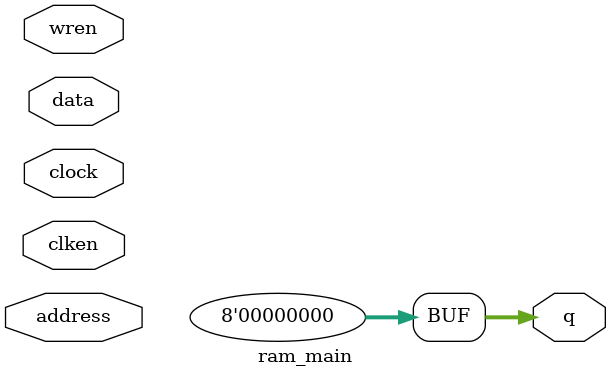
<source format=v>
module ram_main(	// file.cleaned.mlir:2:3
  input  [12:0] address,	// file.cleaned.mlir:2:26
  input         clken,	// file.cleaned.mlir:2:45
                clock,	// file.cleaned.mlir:2:61
  input  [7:0]  data,	// file.cleaned.mlir:2:77
  input         wren,	// file.cleaned.mlir:2:92
  output [7:0]  q	// file.cleaned.mlir:2:108
);

  assign q = 8'h0;	// file.cleaned.mlir:3:14, :4:5
endmodule


</source>
